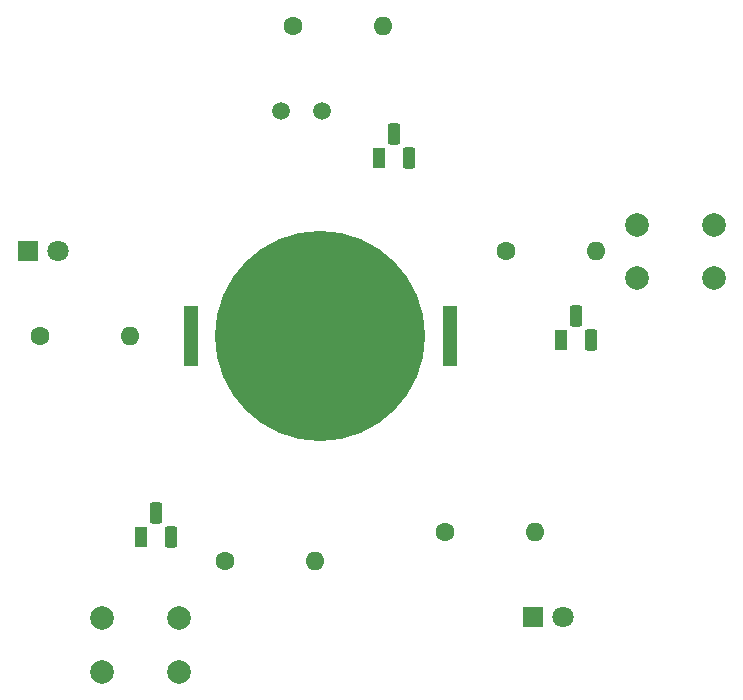
<source format=gbr>
%TF.GenerationSoftware,KiCad,Pcbnew,8.0.8*%
%TF.CreationDate,2025-06-30T13:56:03-06:00*%
%TF.ProjectId,SolderNunu,536f6c64-6572-44e7-956e-752e6b696361,rev?*%
%TF.SameCoordinates,Original*%
%TF.FileFunction,Soldermask,Bot*%
%TF.FilePolarity,Negative*%
%FSLAX46Y46*%
G04 Gerber Fmt 4.6, Leading zero omitted, Abs format (unit mm)*
G04 Created by KiCad (PCBNEW 8.0.8) date 2025-06-30 13:56:03*
%MOMM*%
%LPD*%
G01*
G04 APERTURE LIST*
G04 Aperture macros list*
%AMRoundRect*
0 Rectangle with rounded corners*
0 $1 Rounding radius*
0 $2 $3 $4 $5 $6 $7 $8 $9 X,Y pos of 4 corners*
0 Add a 4 corners polygon primitive as box body*
4,1,4,$2,$3,$4,$5,$6,$7,$8,$9,$2,$3,0*
0 Add four circle primitives for the rounded corners*
1,1,$1+$1,$2,$3*
1,1,$1+$1,$4,$5*
1,1,$1+$1,$6,$7*
1,1,$1+$1,$8,$9*
0 Add four rect primitives between the rounded corners*
20,1,$1+$1,$2,$3,$4,$5,0*
20,1,$1+$1,$4,$5,$6,$7,0*
20,1,$1+$1,$6,$7,$8,$9,0*
20,1,$1+$1,$8,$9,$2,$3,0*%
G04 Aperture macros list end*
%ADD10C,1.600000*%
%ADD11O,1.600000X1.600000*%
%ADD12R,1.100000X1.800000*%
%ADD13RoundRect,0.275000X-0.275000X-0.625000X0.275000X-0.625000X0.275000X0.625000X-0.275000X0.625000X0*%
%ADD14R,1.800000X1.800000*%
%ADD15C,1.800000*%
%ADD16C,2.000000*%
%ADD17C,1.500000*%
%ADD18R,1.270000X5.080000*%
%ADD19C,17.800000*%
G04 APERTURE END LIST*
D10*
%TO.C,R5*%
X150018750Y-73818750D03*
D11*
X157638750Y-73818750D03*
%TD*%
D10*
%TO.C,R3*%
X144780000Y-97631250D03*
D11*
X152400000Y-97631250D03*
%TD*%
D12*
%TO.C,Q2*%
X119062500Y-98031250D03*
D13*
X120332500Y-95961250D03*
X121602500Y-98031250D03*
%TD*%
D12*
%TO.C,Q3*%
X139223750Y-65963750D03*
D13*
X140493750Y-63893750D03*
X141763750Y-65963750D03*
%TD*%
D14*
%TO.C,D2*%
X152241250Y-104775000D03*
D15*
X154781250Y-104775000D03*
%TD*%
D10*
%TO.C,R1*%
X131921250Y-54768750D03*
D11*
X139541250Y-54768750D03*
%TD*%
D16*
%TO.C,SW2*%
X161056250Y-71568750D03*
X167556250Y-71568750D03*
X161056250Y-76068750D03*
X167556250Y-76068750D03*
%TD*%
D10*
%TO.C,R6*%
X126206250Y-100012500D03*
D11*
X133826250Y-100012500D03*
%TD*%
D17*
%TO.C,R4*%
X130968750Y-61912500D03*
X134368750Y-61912500D03*
%TD*%
D10*
%TO.C,R2*%
X110490000Y-80962500D03*
D11*
X118110000Y-80962500D03*
%TD*%
D16*
%TO.C,SW1*%
X115812500Y-104906250D03*
X122312500Y-104906250D03*
X115812500Y-109406250D03*
X122312500Y-109406250D03*
%TD*%
D12*
%TO.C,Q1*%
X154622500Y-81362500D03*
D13*
X155892500Y-79292500D03*
X157162500Y-81362500D03*
%TD*%
D14*
%TO.C,D1*%
X109537500Y-73818750D03*
D15*
X112077500Y-73818750D03*
%TD*%
D18*
%TO.C,BT1*%
X145256250Y-80962500D03*
X123286250Y-80962500D03*
D19*
X134271250Y-80962500D03*
%TD*%
M02*

</source>
